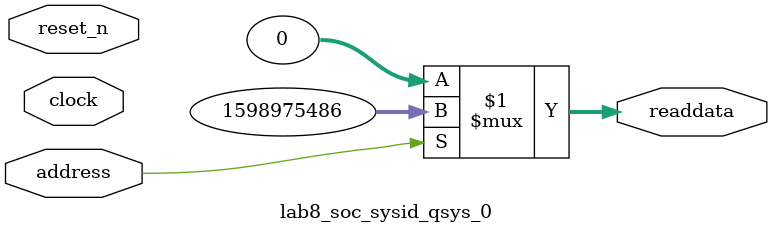
<source format=v>



// synthesis translate_off
`timescale 1ns / 1ps
// synthesis translate_on

// turn off superfluous verilog processor warnings 
// altera message_level Level1 
// altera message_off 10034 10035 10036 10037 10230 10240 10030 

module lab8_soc_sysid_qsys_0 (
               // inputs:
                address,
                clock,
                reset_n,

               // outputs:
                readdata
             )
;

  output  [ 31: 0] readdata;
  input            address;
  input            clock;
  input            reset_n;

  wire    [ 31: 0] readdata;
  //control_slave, which is an e_avalon_slave
  assign readdata = address ? 1598975486 : 0;

endmodule



</source>
